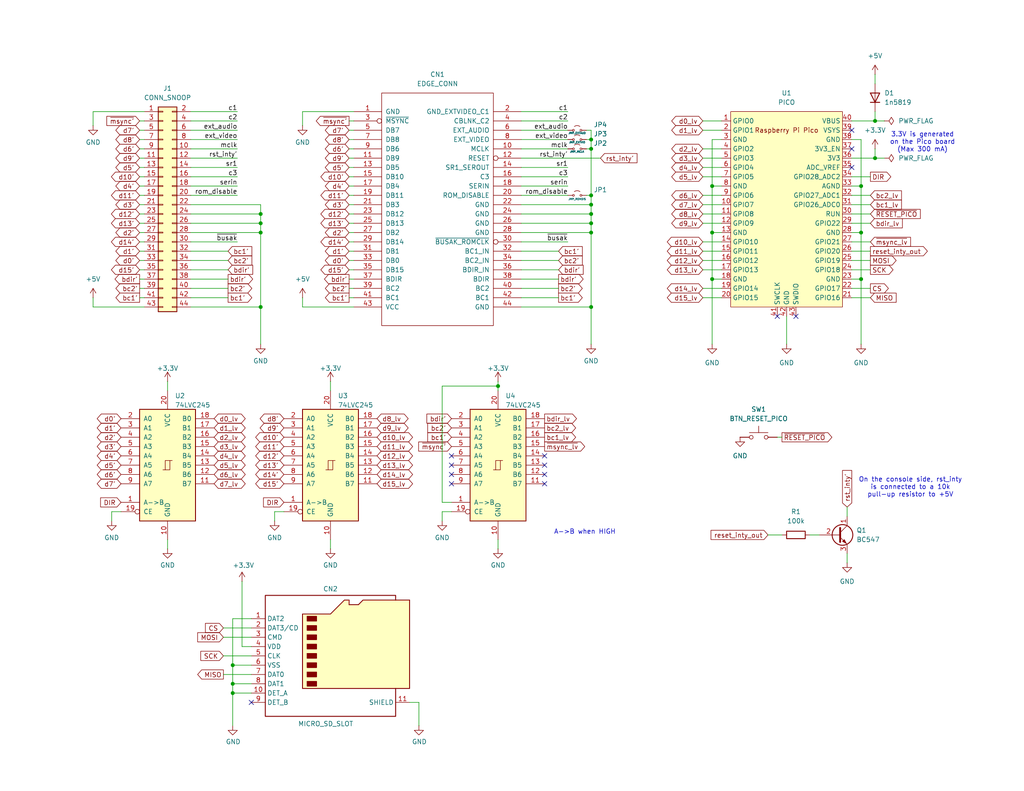
<source format=kicad_sch>
(kicad_sch (version 20231120) (generator "eeschema") (generator_version "8.0")
  (paper "A")
  (title_block (title "PiRTO II Cart - \"Official Pico\" Edition") (date "2024-06-30") (rev "1git") (company "Andrea Ottaviani/SukkoPera") (comment 1 "github.com/SukkoPera/PiRTOII-OP") (comment 2 "Original project: https://github.com/aotta/PiRTOII"))
  (junction (at 161.29 63.5))
  (junction (at 161.29 83.82))
  (junction (at 194.31 63.5))
  (junction (at 71.12 58.42))
  (junction (at 238.76 43.18))
  (junction (at 63.5 189.23))
  (junction (at 234.95 50.8))
  (junction (at 234.95 76.2))
  (junction (at 71.12 60.96))
  (junction (at 238.76 33.02))
  (junction (at 194.31 50.8))
  (junction (at 71.12 83.82))
  (junction (at 161.29 40.64))
  (junction (at 161.29 58.42))
  (junction (at 63.5 186.69))
  (junction (at 161.29 60.96))
  (junction (at 161.29 38.1))
  (junction (at 63.5 181.61))
  (junction (at 194.31 76.2))
  (junction (at 234.95 63.5))
  (junction (at 161.29 53.34))
  (junction (at 135.89 105.41))
  (junction (at 161.29 55.88))
  (junction (at 71.12 63.5))
  (no_connect (at 123.19 127))
  (no_connect (at 232.41 40.64))
  (no_connect (at 232.41 35.56))
  (no_connect (at 68.58 191.77))
  (no_connect (at 148.59 127))
  (no_connect (at 232.41 45.72))
  (no_connect (at 123.19 132.08))
  (no_connect (at 123.19 124.46))
  (no_connect (at 148.59 124.46))
  (no_connect (at 123.19 129.54))
  (no_connect (at 217.17 86.36))
  (no_connect (at 148.59 132.08))
  (no_connect (at 148.59 129.54))
  (no_connect (at 212.09 86.36))
  (wire (pts (xy 214.63 86.36) (xy 214.63 93.98)))
  (wire (pts (xy 232.41 73.66) (xy 237.49 73.66)))
  (wire (pts (xy 191.77 43.18) (xy 196.85 43.18)))
  (wire (pts (xy 95.25 40.64) (xy 96.52 40.64)))
  (wire (pts (xy 39.37 83.82) (xy 25.4 83.82)))
  (wire (pts (xy 135.89 105.41) (xy 135.89 106.68)))
  (wire (pts (xy 114.3 191.77) (xy 114.3 198.12)))
  (wire (pts (xy 191.77 33.02) (xy 196.85 33.02)))
  (wire (pts (xy 38.1 43.18) (xy 39.37 43.18)))
  (wire (pts (xy 95.25 48.26) (xy 96.52 48.26)))
  (wire (pts (xy 45.72 104.14) (xy 45.72 106.68)))
  (wire (pts (xy 38.1 76.2) (xy 39.37 76.2)))
  (wire (pts (xy 68.58 181.61) (xy 63.5 181.61)))
  (wire (pts (xy 71.12 55.88) (xy 52.07 55.88)))
  (wire (pts (xy 38.1 50.8) (xy 39.37 50.8)))
  (wire (pts (xy 194.31 63.5) (xy 196.85 63.5)))
  (wire (pts (xy 63.5 186.69) (xy 63.5 189.23)))
  (wire (pts (xy 232.41 71.12) (xy 237.49 71.12)))
  (wire (pts (xy 160.02 35.56) (xy 161.29 35.56)))
  (wire (pts (xy 38.1 53.34) (xy 39.37 53.34)))
  (wire (pts (xy 234.95 50.8) (xy 234.95 63.5)))
  (wire (pts (xy 95.25 63.5) (xy 96.52 63.5)))
  (wire (pts (xy 74.93 142.24) (xy 74.93 139.7)))
  (wire (pts (xy 52.07 83.82) (xy 71.12 83.82)))
  (wire (pts (xy 120.65 139.7) (xy 123.19 139.7)))
  (wire (pts (xy 63.5 181.61) (xy 63.5 186.69)))
  (wire (pts (xy 120.65 142.24) (xy 120.65 139.7)))
  (wire (pts (xy 232.41 58.42) (xy 237.49 58.42)))
  (wire (pts (xy 232.41 78.74) (xy 237.49 78.74)))
  (wire (pts (xy 232.41 43.18) (xy 238.76 43.18)))
  (wire (pts (xy 52.07 81.28) (xy 62.23 81.28)))
  (wire (pts (xy 191.77 68.58) (xy 196.85 68.58)))
  (wire (pts (xy 95.25 35.56) (xy 96.52 35.56)))
  (wire (pts (xy 234.95 76.2) (xy 232.41 76.2)))
  (wire (pts (xy 142.24 68.58) (xy 152.4 68.58)))
  (wire (pts (xy 120.65 105.41) (xy 120.65 137.16)))
  (wire (pts (xy 191.77 71.12) (xy 196.85 71.12)))
  (wire (pts (xy 160.02 38.1) (xy 161.29 38.1)))
  (wire (pts (xy 232.41 68.58) (xy 237.49 68.58)))
  (wire (pts (xy 160.02 53.34) (xy 161.29 53.34)))
  (wire (pts (xy 52.07 66.04) (xy 64.77 66.04)))
  (wire (pts (xy 238.76 40.64) (xy 238.76 43.18)))
  (wire (pts (xy 95.25 76.2) (xy 96.52 76.2)))
  (wire (pts (xy 52.07 35.56) (xy 64.77 35.56)))
  (wire (pts (xy 63.5 181.61) (xy 63.5 168.91)))
  (wire (pts (xy 38.1 35.56) (xy 39.37 35.56)))
  (wire (pts (xy 120.65 105.41) (xy 135.89 105.41)))
  (wire (pts (xy 238.76 20.32) (xy 238.76 22.86)))
  (wire (pts (xy 82.55 81.28) (xy 82.55 83.82)))
  (wire (pts (xy 25.4 30.48) (xy 25.4 34.29)))
  (wire (pts (xy 232.41 66.04) (xy 237.49 66.04)))
  (wire (pts (xy 95.25 38.1) (xy 96.52 38.1)))
  (wire (pts (xy 95.25 33.02) (xy 96.52 33.02)))
  (wire (pts (xy 95.25 43.18) (xy 96.52 43.18)))
  (wire (pts (xy 38.1 81.28) (xy 39.37 81.28)))
  (wire (pts (xy 63.5 186.69) (xy 68.58 186.69)))
  (wire (pts (xy 142.24 50.8) (xy 154.94 50.8)))
  (wire (pts (xy 71.12 58.42) (xy 52.07 58.42)))
  (wire (pts (xy 161.29 63.5) (xy 142.24 63.5)))
  (wire (pts (xy 38.1 78.74) (xy 39.37 78.74)))
  (wire (pts (xy 191.77 60.96) (xy 196.85 60.96)))
  (wire (pts (xy 231.14 153.67) (xy 231.14 151.13)))
  (wire (pts (xy 38.1 38.1) (xy 39.37 38.1)))
  (wire (pts (xy 30.48 139.7) (xy 33.02 139.7)))
  (wire (pts (xy 38.1 58.42) (xy 39.37 58.42)))
  (wire (pts (xy 95.25 45.72) (xy 96.52 45.72)))
  (wire (pts (xy 82.55 30.48) (xy 82.55 34.29)))
  (wire (pts (xy 95.25 50.8) (xy 96.52 50.8)))
  (wire (pts (xy 95.25 81.28) (xy 96.52 81.28)))
  (wire (pts (xy 63.5 189.23) (xy 68.58 189.23)))
  (wire (pts (xy 191.77 66.04) (xy 196.85 66.04)))
  (wire (pts (xy 232.41 53.34) (xy 237.49 53.34)))
  (wire (pts (xy 194.31 76.2) (xy 196.85 76.2)))
  (wire (pts (xy 191.77 40.64) (xy 196.85 40.64)))
  (wire (pts (xy 161.29 60.96) (xy 161.29 58.42)))
  (wire (pts (xy 71.12 93.98) (xy 71.12 83.82)))
  (wire (pts (xy 161.29 93.98) (xy 161.29 83.82)))
  (wire (pts (xy 161.29 83.82) (xy 161.29 63.5)))
  (wire (pts (xy 142.24 66.04) (xy 154.94 66.04)))
  (wire (pts (xy 191.77 73.66) (xy 196.85 73.66)))
  (wire (pts (xy 161.29 58.42) (xy 142.24 58.42)))
  (wire (pts (xy 38.1 63.5) (xy 39.37 63.5)))
  (wire (pts (xy 194.31 63.5) (xy 194.31 76.2)))
  (wire (pts (xy 30.48 142.24) (xy 30.48 139.7)))
  (wire (pts (xy 234.95 63.5) (xy 234.95 76.2)))
  (wire (pts (xy 45.72 149.86) (xy 45.72 147.32)))
  (wire (pts (xy 60.96 179.07) (xy 68.58 179.07)))
  (wire (pts (xy 142.24 83.82) (xy 161.29 83.82)))
  (wire (pts (xy 161.29 38.1) (xy 161.29 40.64)))
  (wire (pts (xy 191.77 58.42) (xy 196.85 58.42)))
  (wire (pts (xy 52.07 38.1) (xy 64.77 38.1)))
  (wire (pts (xy 38.1 48.26) (xy 39.37 48.26)))
  (wire (pts (xy 95.25 78.74) (xy 96.52 78.74)))
  (wire (pts (xy 154.94 30.48) (xy 142.24 30.48)))
  (wire (pts (xy 95.25 58.42) (xy 96.52 58.42)))
  (wire (pts (xy 38.1 71.12) (xy 39.37 71.12)))
  (wire (pts (xy 74.93 139.7) (xy 77.47 139.7)))
  (wire (pts (xy 135.89 104.14) (xy 135.89 105.41)))
  (wire (pts (xy 71.12 63.5) (xy 52.07 63.5)))
  (wire (pts (xy 52.07 76.2) (xy 62.23 76.2)))
  (wire (pts (xy 52.07 43.18) (xy 64.77 43.18)))
  (wire (pts (xy 194.31 50.8) (xy 196.85 50.8)))
  (wire (pts (xy 161.29 58.42) (xy 161.29 55.88)))
  (wire (pts (xy 232.41 55.88) (xy 237.49 55.88)))
  (wire (pts (xy 52.07 71.12) (xy 62.23 71.12)))
  (wire (pts (xy 68.58 176.53) (xy 66.04 176.53)))
  (wire (pts (xy 52.07 45.72) (xy 64.77 45.72)))
  (wire (pts (xy 38.1 33.02) (xy 39.37 33.02)))
  (wire (pts (xy 66.04 158.75) (xy 66.04 176.53)))
  (wire (pts (xy 142.24 45.72) (xy 154.94 45.72)))
  (wire (pts (xy 234.95 76.2) (xy 234.95 93.98)))
  (wire (pts (xy 142.24 73.66) (xy 152.4 73.66)))
  (wire (pts (xy 38.1 66.04) (xy 39.37 66.04)))
  (wire (pts (xy 95.25 66.04) (xy 96.52 66.04)))
  (wire (pts (xy 60.96 184.15) (xy 68.58 184.15)))
  (wire (pts (xy 238.76 43.18) (xy 241.3 43.18)))
  (wire (pts (xy 161.29 35.56) (xy 161.29 38.1)))
  (wire (pts (xy 60.96 173.99) (xy 68.58 173.99)))
  (wire (pts (xy 25.4 81.28) (xy 25.4 83.82)))
  (wire (pts (xy 142.24 78.74) (xy 152.4 78.74)))
  (wire (pts (xy 234.95 50.8) (xy 232.41 50.8)))
  (wire (pts (xy 52.07 48.26) (xy 64.77 48.26)))
  (wire (pts (xy 96.52 83.82) (xy 82.55 83.82)))
  (wire (pts (xy 95.25 71.12) (xy 96.52 71.12)))
  (wire (pts (xy 142.24 35.56) (xy 154.94 35.56)))
  (wire (pts (xy 52.07 78.74) (xy 62.23 78.74)))
  (wire (pts (xy 90.17 149.86) (xy 90.17 147.32)))
  (wire (pts (xy 238.76 33.02) (xy 241.3 33.02)))
  (wire (pts (xy 232.41 60.96) (xy 237.49 60.96)))
  (wire (pts (xy 161.29 63.5) (xy 161.29 60.96)))
  (wire (pts (xy 38.1 55.88) (xy 39.37 55.88)))
  (wire (pts (xy 161.29 40.64) (xy 161.29 53.34)))
  (wire (pts (xy 38.1 73.66) (xy 39.37 73.66)))
  (wire (pts (xy 63.5 168.91) (xy 68.58 168.91)))
  (wire (pts (xy 38.1 60.96) (xy 39.37 60.96)))
  (wire (pts (xy 220.98 146.05) (xy 223.52 146.05)))
  (wire (pts (xy 135.89 149.86) (xy 135.89 147.32)))
  (wire (pts (xy 111.76 191.77) (xy 114.3 191.77)))
  (wire (pts (xy 196.85 38.1) (xy 194.31 38.1)))
  (wire (pts (xy 238.76 33.02) (xy 238.76 30.48)))
  (wire (pts (xy 52.07 73.66) (xy 62.23 73.66)))
  (wire (pts (xy 63.5 189.23) (xy 63.5 198.12)))
  (wire (pts (xy 142.24 40.64) (xy 154.94 40.64)))
  (wire (pts (xy 160.02 40.64) (xy 161.29 40.64)))
  (wire (pts (xy 142.24 81.28) (xy 152.4 81.28)))
  (wire (pts (xy 71.12 60.96) (xy 71.12 58.42)))
  (wire (pts (xy 154.94 33.02) (xy 142.24 33.02)))
  (wire (pts (xy 191.77 45.72) (xy 196.85 45.72)))
  (wire (pts (xy 38.1 68.58) (xy 39.37 68.58)))
  (wire (pts (xy 191.77 81.28) (xy 196.85 81.28)))
  (wire (pts (xy 232.41 81.28) (xy 237.49 81.28)))
  (wire (pts (xy 90.17 104.14) (xy 90.17 106.68)))
  (wire (pts (xy 142.24 38.1) (xy 154.94 38.1)))
  (wire (pts (xy 95.25 55.88) (xy 96.52 55.88)))
  (wire (pts (xy 142.24 76.2) (xy 152.4 76.2)))
  (wire (pts (xy 232.41 48.26) (xy 237.49 48.26)))
  (wire (pts (xy 64.77 30.48) (xy 52.07 30.48)))
  (wire (pts (xy 71.12 60.96) (xy 52.07 60.96)))
  (wire (pts (xy 52.07 50.8) (xy 64.77 50.8)))
  (wire (pts (xy 161.29 60.96) (xy 142.24 60.96)))
  (wire (pts (xy 213.36 119.38) (xy 212.09 119.38)))
  (wire (pts (xy 191.77 78.74) (xy 196.85 78.74)))
  (wire (pts (xy 52.07 53.34) (xy 64.77 53.34)))
  (wire (pts (xy 95.25 60.96) (xy 96.52 60.96)))
  (wire (pts (xy 194.31 38.1) (xy 194.31 50.8)))
  (wire (pts (xy 161.29 55.88) (xy 161.29 53.34)))
  (wire (pts (xy 232.41 38.1) (xy 234.95 38.1)))
  (wire (pts (xy 123.19 137.16) (xy 120.65 137.16)))
  (wire (pts (xy 38.1 40.64) (xy 39.37 40.64)))
  (wire (pts (xy 52.07 68.58) (xy 62.23 68.58)))
  (wire (pts (xy 142.24 53.34) (xy 154.94 53.34)))
  (wire (pts (xy 209.55 146.05) (xy 213.36 146.05)))
  (wire (pts (xy 234.95 63.5) (xy 232.41 63.5)))
  (wire (pts (xy 25.4 30.48) (xy 39.37 30.48)))
  (wire (pts (xy 191.77 48.26) (xy 196.85 48.26)))
  (wire (pts (xy 95.25 68.58) (xy 96.52 68.58)))
  (wire (pts (xy 52.07 40.64) (xy 64.77 40.64)))
  (wire (pts (xy 142.24 48.26) (xy 154.94 48.26)))
  (wire (pts (xy 95.25 53.34) (xy 96.52 53.34)))
  (wire (pts (xy 38.1 45.72) (xy 39.37 45.72)))
  (wire (pts (xy 231.14 138.43) (xy 231.14 140.97)))
  (wire (pts (xy 191.77 55.88) (xy 196.85 55.88)))
  (wire (pts (xy 71.12 58.42) (xy 71.12 55.88)))
  (wire (pts (xy 142.24 71.12) (xy 152.4 71.12)))
  (wire (pts (xy 234.95 38.1) (xy 234.95 50.8)))
  (wire (pts (xy 191.77 35.56) (xy 196.85 35.56)))
  (wire (pts (xy 191.77 53.34) (xy 196.85 53.34)))
  (wire (pts (xy 64.77 33.02) (xy 52.07 33.02)))
  (wire (pts (xy 95.25 73.66) (xy 96.52 73.66)))
  (wire (pts (xy 82.55 30.48) (xy 96.52 30.48)))
  (wire (pts (xy 60.96 171.45) (xy 68.58 171.45)))
  (wire (pts (xy 194.31 50.8) (xy 194.31 63.5)))
  (wire (pts (xy 232.41 33.02) (xy 238.76 33.02)))
  (wire (pts (xy 71.12 63.5) (xy 71.12 60.96)))
  (wire (pts (xy 161.29 55.88) (xy 142.24 55.88)))
  (wire (pts (xy 194.31 76.2) (xy 194.31 93.98)))
  (wire (pts (xy 142.24 43.18) (xy 163.83 43.18)))
  (wire (pts (xy 71.12 83.82) (xy 71.12 63.5)))
  (text "A->B when HIGH" (at 151.13 146.05 0) (effects (font (size 1.27 1.27)) (justify left bottom)))
  (text "3.3V is generated\non the Pico board\n(Max 300 mA)" (at 251.714 38.862 0) (effects (font (size 1.27 1.27))))
  (text "On the console side, rst_inty\nis connected to a 10k\npull-up resistor to +5V" (at 248.412 133.096 0) (effects (font (size 1.27 1.27))))
  (label "mclk" (at 154.94 40.64 180))
  (label "rst_inty'" (at 64.77 43.18 180))
  (label "serin" (at 154.94 50.8 180))
  (label "ext_audio" (at 64.77 35.56 180))
  (label "c1" (at 64.77 30.48 180))
  (label "sr1" (at 154.94 45.72 180))
  (label "~{busak}" (at 64.77 66.04 180))
  (label "c2" (at 154.94 33.02 180))
  (label "rst_inty'" (at 154.94 43.18 180))
  (label "c3" (at 154.94 48.26 180))
  (label "sr1" (at 64.77 45.72 180))
  (label "c1" (at 154.94 30.48 180))
  (label "rom_disable" (at 64.77 53.34 180))
  (label "serin" (at 64.77 50.8 180))
  (label "~{busak}" (at 154.94 66.04 180))
  (label "ext_video" (at 154.94 38.1 180))
  (label "ext_video" (at 64.77 38.1 180))
  (label "rom_disable" (at 154.94 53.34 180))
  (label "ext_audio" (at 154.94 35.56 180))
  (label "mclk" (at 64.77 40.64 180))
  (label "c3" (at 64.77 48.26 180))
  (label "c2" (at 64.77 33.02 180))
  (global_label "d3'" (shape bidirectional) (at 95.25 55.88 180) (property "Intersheetrefs" "${INTERSHEET_REFS}" (effects (hide yes))))
  (global_label "d0'" (shape bidirectional) (at 38.1 71.12 180) (property "Intersheetrefs" "${INTERSHEET_REFS}" (effects (hide yes))))
  (global_label "d14'" (shape bidirectional) (at 77.47 129.54 180) (property "Intersheetrefs" "${INTERSHEET_REFS}" (effects (hide yes))))
  (global_label "d0_lv" (shape bidirectional) (at 58.42 114.3 0) (property "Intersheetrefs" "${INTERSHEET_REFS}" (effects (hide yes))))
  (global_label "d12'" (shape bidirectional) (at 38.1 58.42 180) (property "Intersheetrefs" "${INTERSHEET_REFS}" (effects (hide yes))))
  (global_label "d6_lv" (shape bidirectional) (at 191.77 53.34 180) (property "Intersheetrefs" "${INTERSHEET_REFS}" (effects (hide yes))))
  (global_label "~{RESET_PICO}" (shape input) (at 237.49 58.42 0) (property "Intersheetrefs" "${INTERSHEET_REFS}" (effects (hide yes))))
  (global_label "d10'" (shape bidirectional) (at 77.47 119.38 180) (property "Intersheetrefs" "${INTERSHEET_REFS}" (effects (hide yes))))
  (global_label "d12_lv" (shape bidirectional) (at 102.87 124.46 0) (property "Intersheetrefs" "${INTERSHEET_REFS}" (effects (hide yes))))
  (global_label "d5'" (shape bidirectional) (at 38.1 45.72 180) (property "Intersheetrefs" "${INTERSHEET_REFS}" (effects (hide yes))))
  (global_label "bc1'" (shape output) (at 38.1 81.28 180) (property "Intersheetrefs" "${INTERSHEET_REFS}" (effects (hide yes))))
  (global_label "d4'" (shape bidirectional) (at 33.02 124.46 180) (property "Intersheetrefs" "${INTERSHEET_REFS}" (effects (hide yes))))
  (global_label "d2'" (shape bidirectional) (at 38.1 63.5 180) (property "Intersheetrefs" "${INTERSHEET_REFS}" (effects (hide yes))))
  (global_label "rst_inty'" (shape input) (at 163.83 43.18 0) (property "Intersheetrefs" "${INTERSHEET_REFS}" (effects (hide yes))))
  (global_label "d9'" (shape bidirectional) (at 77.47 116.84 180) (property "Intersheetrefs" "${INTERSHEET_REFS}" (effects (hide yes))))
  (global_label "bc2_lv" (shape input) (at 237.49 53.34 0) (property "Intersheetrefs" "${INTERSHEET_REFS}" (effects (hide yes))))
  (global_label "bc1_lv" (shape input) (at 237.49 55.88 0) (property "Intersheetrefs" "${INTERSHEET_REFS}" (effects (hide yes))))
  (global_label "d4'" (shape bidirectional) (at 38.1 50.8 180) (property "Intersheetrefs" "${INTERSHEET_REFS}" (effects (hide yes))))
  (global_label "d5_lv" (shape bidirectional) (at 58.42 127 0) (property "Intersheetrefs" "${INTERSHEET_REFS}" (effects (hide yes))))
  (global_label "d13'" (shape bidirectional) (at 38.1 60.96 180) (property "Intersheetrefs" "${INTERSHEET_REFS}" (effects (hide yes))))
  (global_label "d8_lv" (shape bidirectional) (at 191.77 58.42 180) (property "Intersheetrefs" "${INTERSHEET_REFS}" (effects (hide yes))))
  (global_label "SCK" (shape input) (at 60.96 179.07 180) (property "Intersheetrefs" "${INTERSHEET_REFS}" (effects (hide yes))))
  (global_label "CS" (shape output) (at 237.49 78.74 0) (property "Intersheetrefs" "${INTERSHEET_REFS}" (effects (hide yes))))
  (global_label "d9'" (shape bidirectional) (at 38.1 43.18 180) (property "Intersheetrefs" "${INTERSHEET_REFS}" (effects (hide yes))))
  (global_label "d6'" (shape bidirectional) (at 33.02 129.54 180) (property "Intersheetrefs" "${INTERSHEET_REFS}" (effects (hide yes))))
  (global_label "d5'" (shape bidirectional) (at 33.02 127 180) (property "Intersheetrefs" "${INTERSHEET_REFS}" (effects (hide yes))))
  (global_label "d0'" (shape bidirectional) (at 95.25 71.12 180) (property "Intersheetrefs" "${INTERSHEET_REFS}" (effects (hide yes))))
  (global_label "d2_lv" (shape bidirectional) (at 191.77 40.64 180) (property "Intersheetrefs" "${INTERSHEET_REFS}" (effects (hide yes))))
  (global_label "reset_inty_out" (shape input) (at 209.55 146.05 180) (property "Intersheetrefs" "${INTERSHEET_REFS}" (effects (hide yes))))
  (global_label "rst_inty'" (shape input) (at 231.14 138.43 90) (property "Intersheetrefs" "${INTERSHEET_REFS}" (effects (hide yes))))
  (global_label "d15'" (shape bidirectional) (at 38.1 73.66 180) (property "Intersheetrefs" "${INTERSHEET_REFS}" (effects (hide yes))))
  (global_label "d8'" (shape bidirectional) (at 95.25 38.1 180) (property "Intersheetrefs" "${INTERSHEET_REFS}" (effects (hide yes))))
  (global_label "bdir_lv" (shape output) (at 148.59 114.3 0) (property "Intersheetrefs" "${INTERSHEET_REFS}" (effects (hide yes))))
  (global_label "bc2'" (shape input) (at 123.19 116.84 180) (property "Intersheetrefs" "${INTERSHEET_REFS}" (effects (hide yes))))
  (global_label "d6_lv" (shape bidirectional) (at 58.42 129.54 0) (property "Intersheetrefs" "${INTERSHEET_REFS}" (effects (hide yes))))
  (global_label "d10'" (shape bidirectional) (at 95.25 48.26 180) (property "Intersheetrefs" "${INTERSHEET_REFS}" (effects (hide yes))))
  (global_label "d8'" (shape bidirectional) (at 38.1 38.1 180) (property "Intersheetrefs" "${INTERSHEET_REFS}" (effects (hide yes))))
  (global_label "bc1_lv" (shape output) (at 148.59 119.38 0) (property "Intersheetrefs" "${INTERSHEET_REFS}" (effects (hide yes))))
  (global_label "d11_lv" (shape bidirectional) (at 191.77 68.58 180) (property "Intersheetrefs" "${INTERSHEET_REFS}" (effects (hide yes))))
  (global_label "SCK" (shape output) (at 237.49 73.66 0) (property "Intersheetrefs" "${INTERSHEET_REFS}" (effects (hide yes))))
  (global_label "bdir'" (shape input) (at 152.4 73.66 0) (property "Intersheetrefs" "${INTERSHEET_REFS}" (effects (hide yes))))
  (global_label "bdir_lv" (shape input) (at 237.49 60.96 0) (property "Intersheetrefs" "${INTERSHEET_REFS}" (effects (hide yes))))
  (global_label "d6'" (shape bidirectional) (at 38.1 40.64 180) (property "Intersheetrefs" "${INTERSHEET_REFS}" (effects (hide yes))))
  (global_label "d1'" (shape bidirectional) (at 95.25 68.58 180) (property "Intersheetrefs" "${INTERSHEET_REFS}" (effects (hide yes))))
  (global_label "d4_lv" (shape bidirectional) (at 58.42 124.46 0) (property "Intersheetrefs" "${INTERSHEET_REFS}" (effects (hide yes))))
  (global_label "d11_lv" (shape bidirectional) (at 102.87 121.92 0) (property "Intersheetrefs" "${INTERSHEET_REFS}" (effects (hide yes))))
  (global_label "d14_lv" (shape bidirectional) (at 102.87 129.54 0) (property "Intersheetrefs" "${INTERSHEET_REFS}" (effects (hide yes))))
  (global_label "d12'" (shape bidirectional) (at 77.47 124.46 180) (property "Intersheetrefs" "${INTERSHEET_REFS}" (effects (hide yes))))
  (global_label "MOSI" (shape output) (at 237.49 71.12 0) (property "Intersheetrefs" "${INTERSHEET_REFS}" (effects (hide yes))))
  (global_label "d15_lv" (shape bidirectional) (at 191.77 81.28 180) (property "Intersheetrefs" "${INTERSHEET_REFS}" (effects (hide yes))))
  (global_label "d7'" (shape bidirectional) (at 33.02 132.08 180) (property "Intersheetrefs" "${INTERSHEET_REFS}" (effects (hide yes))))
  (global_label "d5'" (shape bidirectional) (at 95.25 45.72 180) (property "Intersheetrefs" "${INTERSHEET_REFS}" (effects (hide yes))))
  (global_label "d15'" (shape bidirectional) (at 95.25 73.66 180) (property "Intersheetrefs" "${INTERSHEET_REFS}" (effects (hide yes))))
  (global_label "d4_lv" (shape bidirectional) (at 191.77 45.72 180) (property "Intersheetrefs" "${INTERSHEET_REFS}" (effects (hide yes))))
  (global_label "d6'" (shape bidirectional) (at 95.25 40.64 180) (property "Intersheetrefs" "${INTERSHEET_REFS}" (effects (hide yes))))
  (global_label "d9_lv" (shape bidirectional) (at 191.77 60.96 180) (property "Intersheetrefs" "${INTERSHEET_REFS}" (effects (hide yes))))
  (global_label "d14_lv" (shape bidirectional) (at 191.77 78.74 180) (property "Intersheetrefs" "${INTERSHEET_REFS}" (effects (hide yes))))
  (global_label "d4'" (shape bidirectional) (at 95.25 50.8 180) (property "Intersheetrefs" "${INTERSHEET_REFS}" (effects (hide yes))))
  (global_label "bc2'" (shape output) (at 62.23 78.74 0) (property "Intersheetrefs" "${INTERSHEET_REFS}" (effects (hide yes))))
  (global_label "d14'" (shape bidirectional) (at 95.25 66.04 180) (property "Intersheetrefs" "${INTERSHEET_REFS}" (effects (hide yes))))
  (global_label "d13'" (shape bidirectional) (at 77.47 127 180) (property "Intersheetrefs" "${INTERSHEET_REFS}" (effects (hide yes))))
  (global_label "d2_lv" (shape bidirectional) (at 58.42 119.38 0) (property "Intersheetrefs" "${INTERSHEET_REFS}" (effects (hide yes))))
  (global_label "bdir'" (shape output) (at 62.23 76.2 0) (property "Intersheetrefs" "${INTERSHEET_REFS}" (effects (hide yes))))
  (global_label "d3'" (shape bidirectional) (at 33.02 121.92 180) (property "Intersheetrefs" "${INTERSHEET_REFS}" (effects (hide yes))))
  (global_label "d8'" (shape bidirectional) (at 77.47 114.3 180) (property "Intersheetrefs" "${INTERSHEET_REFS}" (effects (hide yes))))
  (global_label "bc2'" (shape input) (at 152.4 71.12 0) (property "Intersheetrefs" "${INTERSHEET_REFS}" (effects (hide yes))))
  (global_label "d11'" (shape bidirectional) (at 38.1 53.34 180) (property "Intersheetrefs" "${INTERSHEET_REFS}" (effects (hide yes))))
  (global_label "d12'" (shape bidirectional) (at 95.25 58.42 180) (property "Intersheetrefs" "${INTERSHEET_REFS}" (effects (hide yes))))
  (global_label "DIR" (shape output) (at 237.49 48.26 0) (property "Intersheetrefs" "${INTERSHEET_REFS}" (effects (hide yes))))
  (global_label "MOSI" (shape input) (at 60.96 173.99 180) (property "Intersheetrefs" "${INTERSHEET_REFS}" (effects (hide yes))))
  (global_label "d9'" (shape bidirectional) (at 95.25 43.18 180) (property "Intersheetrefs" "${INTERSHEET_REFS}" (effects (hide yes))))
  (global_label "d1_lv" (shape bidirectional) (at 58.42 116.84 0) (property "Intersheetrefs" "${INTERSHEET_REFS}" (effects (hide yes))))
  (global_label "d1'" (shape bidirectional) (at 38.1 68.58 180) (property "Intersheetrefs" "${INTERSHEET_REFS}" (effects (hide yes))))
  (global_label "bdir'" (shape input) (at 123.19 114.3 180) (property "Intersheetrefs" "${INTERSHEET_REFS}" (effects (hide yes))))
  (global_label "d2'" (shape bidirectional) (at 95.25 63.5 180) (property "Intersheetrefs" "${INTERSHEET_REFS}" (effects (hide yes))))
  (global_label "d8_lv" (shape bidirectional) (at 102.87 114.3 0) (property "Intersheetrefs" "${INTERSHEET_REFS}" (effects (hide yes))))
  (global_label "d7'" (shape bidirectional) (at 95.25 35.56 180) (property "Intersheetrefs" "${INTERSHEET_REFS}" (effects (hide yes))))
  (global_label "d13'" (shape bidirectional) (at 95.25 60.96 180) (property "Intersheetrefs" "${INTERSHEET_REFS}" (effects (hide yes))))
  (global_label "d7'" (shape bidirectional) (at 38.1 35.56 180) (property "Intersheetrefs" "${INTERSHEET_REFS}" (effects (hide yes))))
  (global_label "d1'" (shape bidirectional) (at 33.02 116.84 180) (property "Intersheetrefs" "${INTERSHEET_REFS}" (effects (hide yes))))
  (global_label "bdir'" (shape output) (at 38.1 76.2 180) (property "Intersheetrefs" "${INTERSHEET_REFS}" (effects (hide yes))))
  (global_label "bc2'" (shape output) (at 152.4 78.74 0) (property "Intersheetrefs" "${INTERSHEET_REFS}" (effects (hide yes))))
  (global_label "bc2'" (shape input) (at 62.23 71.12 0) (property "Intersheetrefs" "${INTERSHEET_REFS}" (effects (hide yes))))
  (global_label "d10'" (shape bidirectional) (at 38.1 48.26 180) (property "Intersheetrefs" "${INTERSHEET_REFS}" (effects (hide yes))))
  (global_label "CS" (shape input) (at 60.96 171.45 180) (property "Intersheetrefs" "${INTERSHEET_REFS}" (effects (hide yes))))
  (global_label "bc2_lv" (shape output) (at 148.59 116.84 0) (property "Intersheetrefs" "${INTERSHEET_REFS}" (effects (hide yes))))
  (global_label "~{msync_lv}" (shape input) (at 237.49 66.04 0) (property "Intersheetrefs" "${INTERSHEET_REFS}" (effects (hide yes))))
  (global_label "d5_lv" (shape bidirectional) (at 191.77 48.26 180) (property "Intersheetrefs" "${INTERSHEET_REFS}" (effects (hide yes))))
  (global_label "DIR" (shape input) (at 77.47 137.16 180) (property "Intersheetrefs" "${INTERSHEET_REFS}" (effects (hide yes))))
  (global_label "d7_lv" (shape bidirectional) (at 191.77 55.88 180) (property "Intersheetrefs" "${INTERSHEET_REFS}" (effects (hide yes))))
  (global_label "d10_lv" (shape bidirectional) (at 102.87 119.38 0) (property "Intersheetrefs" "${INTERSHEET_REFS}" (effects (hide yes))))
  (global_label "~{msync'}" (shape output) (at 95.25 33.02 180) (property "Intersheetrefs" "${INTERSHEET_REFS}" (effects (hide yes))))
  (global_label "d9_lv" (shape bidirectional) (at 102.87 116.84 0) (property "Intersheetrefs" "${INTERSHEET_REFS}" (effects (hide yes))))
  (global_label "~{msync_lv}" (shape output) (at 148.59 121.92 0) (property "Intersheetrefs" "${INTERSHEET_REFS}" (effects (hide yes))))
  (global_label "MISO" (shape output) (at 60.96 184.15 180) (property "Intersheetrefs" "${INTERSHEET_REFS}" (effects (hide yes))))
  (global_label "d13_lv" (shape bidirectional) (at 191.77 73.66 180) (property "Intersheetrefs" "${INTERSHEET_REFS}" (effects (hide yes))))
  (global_label "bc1'" (shape input) (at 152.4 68.58 0) (property "Intersheetrefs" "${INTERSHEET_REFS}" (effects (hide yes))))
  (global_label "d10_lv" (shape bidirectional) (at 191.77 66.04 180) (property "Intersheetrefs" "${INTERSHEET_REFS}" (effects (hide yes))))
  (global_label "d12_lv" (shape bidirectional) (at 191.77 71.12 180) (property "Intersheetrefs" "${INTERSHEET_REFS}" (effects (hide yes))))
  (global_label "bdir'" (shape input) (at 62.23 73.66 0) (property "Intersheetrefs" "${INTERSHEET_REFS}" (effects (hide yes))))
  (global_label "d3_lv" (shape bidirectional) (at 191.77 43.18 180) (property "Intersheetrefs" "${INTERSHEET_REFS}" (effects (hide yes))))
  (global_label "d3'" (shape bidirectional) (at 38.1 55.88 180) (property "Intersheetrefs" "${INTERSHEET_REFS}" (effects (hide yes))))
  (global_label "d11'" (shape bidirectional) (at 95.25 53.34 180) (property "Intersheetrefs" "${INTERSHEET_REFS}" (effects (hide yes))))
  (global_label "~{msync'}" (shape input) (at 123.19 121.92 180) (property "Intersheetrefs" "${INTERSHEET_REFS}" (effects (hide yes))))
  (global_label "d11'" (shape bidirectional) (at 77.47 121.92 180) (property "Intersheetrefs" "${INTERSHEET_REFS}" (effects (hide yes))))
  (global_label "d1_lv" (shape bidirectional) (at 191.77 35.56 180) (property "Intersheetrefs" "${INTERSHEET_REFS}" (effects (hide yes))))
  (global_label "d2'" (shape bidirectional) (at 33.02 119.38 180) (property "Intersheetrefs" "${INTERSHEET_REFS}" (effects (hide yes))))
  (global_label "d15_lv" (shape bidirectional) (at 102.87 132.08 0) (property "Intersheetrefs" "${INTERSHEET_REFS}" (effects (hide yes))))
  (global_label "bc1'" (shape output) (at 95.25 81.28 180) (property "Intersheetrefs" "${INTERSHEET_REFS}" (effects (hide yes))))
  (global_label "bdir'" (shape output) (at 95.25 76.2 180) (property "Intersheetrefs" "${INTERSHEET_REFS}" (effects (hide yes))))
  (global_label "d14'" (shape bidirectional) (at 38.1 66.04 180) (property "Intersheetrefs" "${INTERSHEET_REFS}" (effects (hide yes))))
  (global_label "DIR" (shape input) (at 33.02 137.16 180) (property "Intersheetrefs" "${INTERSHEET_REFS}" (effects (hide yes))))
  (global_label "~{RESET_PICO}" (shape output) (at 213.36 119.38 0) (property "Intersheetrefs" "${INTERSHEET_REFS}" (effects (hide yes))))
  (global_label "bc1'" (shape output) (at 62.23 81.28 0) (property "Intersheetrefs" "${INTERSHEET_REFS}" (effects (hide yes))))
  (global_label "bdir'" (shape output) (at 152.4 76.2 0) (property "Intersheetrefs" "${INTERSHEET_REFS}" (effects (hide yes))))
  (global_label "bc2'" (shape output) (at 38.1 78.74 180) (property "Intersheetrefs" "${INTERSHEET_REFS}" (effects (hide yes))))
  (global_label "MISO" (shape input) (at 237.49 81.28 0) (property "Intersheetrefs" "${INTERSHEET_REFS}" (effects (hide yes))))
  (global_label "d7_lv" (shape bidirectional) (at 58.42 132.08 0) (property "Intersheetrefs" "${INTERSHEET_REFS}" (effects (hide yes))))
  (global_label "d0_lv" (shape bidirectional) (at 191.77 33.02 180) (property "Intersheetrefs" "${INTERSHEET_REFS}" (effects (hide yes))))
  (global_label "d13_lv" (shape bidirectional) (at 102.87 127 0) (property "Intersheetrefs" "${INTERSHEET_REFS}" (effects (hide yes))))
  (global_label "d3_lv" (shape bidirectional) (at 58.42 121.92 0) (property "Intersheetrefs" "${INTERSHEET_REFS}" (effects (hide yes))))
  (global_label "bc1'" (shape input) (at 123.19 119.38 180) (property "Intersheetrefs" "${INTERSHEET_REFS}" (effects (hide yes))))
  (global_label "reset_inty_out" (shape output) (at 237.49 68.58 0) (property "Intersheetrefs" "${INTERSHEET_REFS}" (effects (hide yes))))
  (global_label "~{msync'}" (shape input) (at 38.1 33.02 180) (property "Intersheetrefs" "${INTERSHEET_REFS}" (effects (hide yes))))
  (global_label "bc1'" (shape input) (at 62.23 68.58 0) (property "Intersheetrefs" "${INTERSHEET_REFS}" (effects (hide yes))))
  (global_label "d15'" (shape bidirectional) (at 77.47 132.08 180) (property "Intersheetrefs" "${INTERSHEET_REFS}" (effects (hide yes))))
  (global_label "bc1'" (shape output) (at 152.4 81.28 0) (property "Intersheetrefs" "${INTERSHEET_REFS}" (effects (hide yes))))
  (global_label "bc2'" (shape output) (at 95.25 78.74 180) (property "Intersheetrefs" "${INTERSHEET_REFS}" (effects (hide yes))))
  (global_label "d0'" (shape bidirectional) (at 33.02 114.3 180) (property "Intersheetrefs" "${INTERSHEET_REFS}" (effects (hide yes))))
  (symbol (lib_id "power:+5V") (at 82.55 81.28 0) (unit 1)
    (property "Reference" "#PWR02" (effects (hide yes)))
    (property "Value" "+5V" (at 82.55 76.2 0))
    (property "Description" "Power symbol creates a global label with name \"+5V\"" (effects (hide yes)))
  )
  (symbol (lib_id "Connector:Micro_SD_Card_Det2") (at 91.44 179.07 0) (unit 1)
    (property "Reference" "CN2" (at 90.17 160.782 0))
    (property "Value" "MICRO_SD_SLOT	" (at 91.44 197.612 0))
    (property "Footprint" "PiRTOII:GCT-MEM2055-00-190-01-A" (effects (hide yes)))
    (property "Datasheet" "https://www.hirose.com/en/product/document?clcode=&productname=&series=DM3&documenttype=Catalog&lang=en&documentid=D49662_en" (effects (hide yes)))
    (property "Description" "Micro SD Card Socket with two card detection pins" (effects (hide yes)))
  )
  (symbol (lib_id "power:GND") (at 45.72 149.86 0) (unit 1)
    (property "Reference" "#PWR011" (effects (hide yes)))
    (property "Value" "GND" (at 45.72 154.3034 0))
  )
  (symbol (lib_id "power:+3.3V") (at 45.72 104.14 0) (unit 1)
    (property "Reference" "#PWR010" (effects (hide yes)))
    (property "Value" "+3.3V" (at 45.72 100.5642 0))
    (property "Description" "Power symbol creates a global label with name \"+3.3V\"" (effects (hide yes)))
  )
  (symbol (lib_id "Device:R") (at 217.17 146.05 90) (unit 1)
    (property "Reference" "R1" (at 217.17 139.7 90))
    (property "Value" "100k" (at 217.17 142.24 90))
    (property "Footprint" "Resistor_THT:R_Axial_DIN0207_L6.3mm_D2.5mm_P10.16mm_Horizontal" (effects (hide yes)))
    (property "Description" "Resistor" (effects (hide yes)))
  )
  (symbol (lib_id "power:GND") (at 120.65 142.24 0) (unit 1)
    (property "Reference" "#PWR015" (effects (hide yes)))
    (property "Value" "GND" (at 120.65 146.8025 0))
  )
  (symbol (lib_id "74xx:74LS245") (at 90.17 127 0) (unit 1)
    (property "Reference" "U3" (at 92.1894 108.0602 0) (effects (justify left)))
    (property "Value" "74LVC245" (at 92.1894 110.5971 0) (effects (justify left)))
    (property "Footprint" "Package_DIP:DIP-20_W7.62mm_Socket_LongPads" (effects (hide yes)))
    (property "Datasheet" "http://www.ti.com/lit/gpn/sn74LS245" (effects (hide yes)))
  )
  (symbol (lib_id "Transistor_BJT:BC547") (at 228.6 146.05 0) (unit 1)
    (property "Reference" "Q1" (at 233.68 144.7799 0) (effects (justify left)))
    (property "Value" "BC547" (at 233.68 147.3199 0) (effects (justify left)))
    (property "Footprint" "Package_TO_SOT_THT:TO-92_Inline" (effects (hide yes)))
    (property "Datasheet" "https://www.onsemi.com/pub/Collateral/BC550-D.pdf" (effects (hide yes)))
    (property "Description" "0.1A Ic, 45V Vce, Small Signal NPN Transistor, TO-92" (effects (hide yes)))
  )
  (symbol (lib_id "Switch:SW_Push") (at 207.01 119.38 0) (unit 1)
    (property "Reference" "SW1" (at 207.01 111.76 0))
    (property "Value" "BTN_RESET_PICO" (at 207.01 114.3 0))
    (property "Footprint" "Button_Switch_THT:SW_Tactile_SPST_Angled_PTS645Vx83-2LFS" (effects (hide yes)))
    (property "Description" "Push button switch, generic, two pins" (effects (hide yes)))
  )
  (symbol (lib_id "Jumper:Jumper_2_Small_Open") (at 157.48 35.56 0) (unit 1) (exclude_from_sim yes)
    (property "Reference" "JP4" (at 163.83 34.036 0))
    (property "Value" "JMP_EXTAUD" (at 157.48 36.322 0) (effects (font (size 0.508 0.508))))
    (property "Footprint" "Jumper:SolderJumper-2_P1.3mm_Open_RoundedPad1.0x1.5mm" (effects (hide yes)))
    (property "Description" "Jumper, 2-pole, small symbol, open" (effects (hide yes)))
  )
  (symbol (lib_id "power:GND") (at 30.48 142.24 0) (unit 1)
    (property "Reference" "#PWR05" (effects (hide yes)))
    (property "Value" "GND" (at 30.48 146.8025 0))
  )
  (symbol (lib_id "power:+3.3V") (at 238.76 40.64 0) (unit 1)
    (property "Reference" "#PWR018" (effects (hide yes)))
    (property "Value" "+3.3V" (at 238.76 35.56 0))
    (property "Description" "Power symbol creates a global label with name \"+3.3V\"" (effects (hide yes)))
  )
  (symbol (lib_id "power:+3.3V") (at 135.89 104.14 0) (unit 1)
    (property "Reference" "#PWR016" (effects (hide yes)))
    (property "Value" "+3.3V" (at 135.89 100.5642 0))
    (property "Description" "Power symbol creates a global label with name \"+3.3V\"" (effects (hide yes)))
  )
  (symbol (lib_id "power:GND") (at 25.4 34.29 0) (unit 1)
    (property "Reference" "#PWR019" (effects (hide yes)))
    (property "Value" "GND" (at 25.4 38.8525 0))
    (property "Description" "Power symbol creates a global label with name \"GND\" , ground" (effects (hide yes)))
  )
  (symbol (lib_id "74xx:74LS245") (at 135.89 127 0) (unit 1)
    (property "Reference" "U4" (at 137.9094 108.0602 0) (effects (justify left)))
    (property "Value" "74LVC245" (at 137.9094 110.5971 0) (effects (justify left)))
    (property "Footprint" "Package_DIP:DIP-20_W7.62mm_Socket_LongPads" (effects (hide yes)))
    (property "Datasheet" "http://www.ti.com/lit/gpn/sn74LS245" (effects (hide yes)))
  )
  (symbol (lib_id "MCU_RaspberryPi_and_Boards:Pico") (at 214.63 57.15 0) (unit 1)
    (property "Reference" "U1" (at 214.63 25.4 0))
    (property "Value" "PICO" (at 214.63 27.94 0))
    (property "Footprint" "MCU_RaspberryPi_and_Boards:RPi_Pico_SMD_TH" (effects (hide yes)))
  )
  (symbol (lib_id "power:GND") (at 234.95 93.98 0) (mirror y) (unit 1)
    (property "Reference" "#PWR08" (effects (hide yes)))
    (property "Value" "GND" (at 234.95 99.06 0))
    (property "Description" "Power symbol creates a global label with name \"GND\" , ground" (effects (hide yes)))
  )
  (symbol (lib_id "Jumper:Jumper_2_Small_Open") (at 157.48 38.1 0) (unit 1) (exclude_from_sim yes)
    (property "Reference" "JP3" (at 163.83 36.576 0))
    (property "Value" "JMP_EXTVID" (at 157.48 38.862 0) (effects (font (size 0.508 0.508))))
    (property "Footprint" "Jumper:SolderJumper-2_P1.3mm_Open_RoundedPad1.0x1.5mm" (effects (hide yes)))
    (property "Description" "Jumper, 2-pole, small symbol, open" (effects (hide yes)))
  )
  (symbol (lib_id "power:+3.3V") (at 90.17 104.14 0) (unit 1)
    (property "Reference" "#PWR013" (effects (hide yes)))
    (property "Value" "+3.3V" (at 90.17 100.5642 0))
    (property "Description" "Power symbol creates a global label with name \"+3.3V\"" (effects (hide yes)))
  )
  (symbol (lib_id "power:GND") (at 82.55 34.29 0) (unit 1)
    (property "Reference" "#PWR01" (effects (hide yes)))
    (property "Value" "GND" (at 82.55 38.8525 0))
    (property "Description" "Power symbol creates a global label with name \"GND\" , ground" (effects (hide yes)))
  )
  (symbol (lib_id "power:GND") (at 194.31 93.98 0) (unit 1)
    (property "Reference" "#PWR07" (effects (hide yes)))
    (property "Value" "GND" (at 194.31 99.06 0))
    (property "Description" "Power symbol creates a global label with name \"GND\" , ground" (effects (hide yes)))
  )
  (symbol (lib_id "power:PWR_FLAG") (at 241.3 43.18 270) (unit 1)
    (property "Reference" "#FLG01" (effects (hide yes)))
    (property "Value" "PWR_FLAG" (at 245.11 43.1799 90) (effects (justify left)))
    (property "Description" "Special symbol for telling ERC where power comes from" (effects (hide yes)))
  )
  (symbol (lib_id "power:+5V") (at 25.4 81.28 0) (unit 1)
    (property "Reference" "#PWR021" (effects (hide yes)))
    (property "Value" "+5V" (at 25.4 76.2 0))
    (property "Description" "Power symbol creates a global label with name \"+5V\"" (effects (hide yes)))
  )
  (symbol (lib_id "power:GND") (at 231.14 153.67 0) (mirror y) (unit 1)
    (property "Reference" "#PWR06" (effects (hide yes)))
    (property "Value" "GND" (at 231.14 158.75 0))
    (property "Description" "Power symbol creates a global label with name \"GND\" , ground" (effects (hide yes)))
  )
  (symbol (lib_id "Device:D") (at 238.76 26.67 90) (unit 1)
    (property "Reference" "D1" (at 241.3 25.3999 90) (effects (justify right)))
    (property "Value" "1n5819" (at 241.3 27.9399 90) (effects (justify right)))
    (property "Footprint" "Diode_THT:D_DO-41_SOD81_P10.16mm_Horizontal" (effects (hide yes)))
    (property "Description" "Diode" (effects (hide yes)))
    (property "Sim.Device" "D" (effects (hide yes)))
    (property "Sim.Pins" "1=K 2=A" (effects (hide yes)))
  )
  (symbol (lib_id "power:GND") (at 214.63 93.98 0) (unit 1)
    (property "Reference" "#PWR04" (effects (hide yes)))
    (property "Value" "GND" (at 214.63 99.06 0))
    (property "Description" "Power symbol creates a global label with name \"GND\" , ground" (effects (hide yes)))
  )
  (symbol (lib_id "power:GND") (at 74.93 142.24 0) (unit 1)
    (property "Reference" "#PWR012" (effects (hide yes)))
    (property "Value" "GND" (at 74.93 146.8025 0))
  )
  (symbol (lib_id "power:GND") (at 90.17 149.86 0) (unit 1)
    (property "Reference" "#PWR014" (effects (hide yes)))
    (property "Value" "GND" (at 90.17 154.3034 0))
  )
  (symbol (lib_id "power:GND") (at 201.93 119.38 0) (mirror y) (unit 1)
    (property "Reference" "#PWR020" (effects (hide yes)))
    (property "Value" "GND" (at 201.93 124.46 0))
    (property "Description" "Power symbol creates a global label with name \"GND\" , ground" (effects (hide yes)))
  )
  (symbol (lib_id "power:GND") (at 114.3 198.12 0) (unit 1)
    (property "Reference" "#PWR027" (effects (hide yes)))
    (property "Value" "GND" (at 114.427 202.5142 0))
  )
  (symbol (lib_id "power:GND") (at 71.12 93.98 0) (unit 1)
    (property "Reference" "#PWR022" (effects (hide yes)))
    (property "Value" "GND" (at 71.12 98.5425 0))
    (property "Description" "Power symbol creates a global label with name \"GND\" , ground" (effects (hide yes)))
  )
  (symbol (lib_id "power:GND") (at 63.5 198.12 0) (unit 1)
    (property "Reference" "#PWR025" (effects (hide yes)))
    (property "Value" "GND" (at 63.627 202.5142 0))
  )
  (symbol (lib_id "INTELLIVISION_CART_CONN:INTELLIVISION_CART_CONN") (at 119.38 57.15 0) (unit 1)
    (property "Reference" "CN1" (at 119.38 20.32 0))
    (property "Value" "EDGE_CONN" (at 119.38 22.86 0))
    (property "Footprint" "PiRTOII:Intellivision_Edge_Connector" (effects (hide yes)))
    (property "Datasheet" "https://wiki.intellivision.us/index.php/Cartridge_Port" (effects (hide yes)))
  )
  (symbol (lib_id "power:GND") (at 135.89 149.86 0) (unit 1)
    (property "Reference" "#PWR017" (effects (hide yes)))
    (property "Value" "GND" (at 135.89 154.3034 0))
  )
  (symbol (lib_id "power:+3.3V") (at 66.04 158.75 0) (unit 1)
    (property "Reference" "#PWR026" (effects (hide yes)))
    (property "Value" "+3.3V" (at 66.421 154.3558 0))
  )
  (symbol (lib_id "Connector_Generic:Conn_02x22_Odd_Even") (at 44.45 55.88 0) (unit 1)
    (property "Reference" "J1" (at 45.72 24.13 0))
    (property "Value" "CONN_SNOOP" (at 45.72 26.67 0))
    (property "Footprint" "Connector_PinHeader_2.54mm:PinHeader_2x22_P2.54mm_Vertical" (effects (hide yes)))
    (property "Description" "Generic connector, double row, 02x22, odd/even pin numbering scheme (row 1 odd numbers, row 2 even numbers), script generated (kicad-library-utils/schlib/autogen/connector/)" (effects (hide yes)))
  )
  (symbol (lib_id "power:+5V") (at 238.76 20.32 0) (unit 1)
    (property "Reference" "#PWR09" (effects (hide yes)))
    (property "Value" "+5V" (at 238.76 15.24 0))
    (property "Description" "Power symbol creates a global label with name \"+5V\"" (effects (hide yes)))
  )
  (symbol (lib_id "Jumper:Jumper_2_Small_Open") (at 157.48 53.34 0) (unit 1) (exclude_from_sim yes)
    (property "Reference" "JP1" (at 163.83 51.816 0))
    (property "Value" "JMP_ROMDIS" (at 157.48 54.356 0) (effects (font (size 0.508 0.508))))
    (property "Footprint" "Jumper:SolderJumper-2_P1.3mm_Open_RoundedPad1.0x1.5mm" (effects (hide yes)))
    (property "Description" "Jumper, 2-pole, small symbol, open" (effects (hide yes)))
  )
  (symbol (lib_id "power:PWR_FLAG") (at 241.3 33.02 270) (unit 1)
    (property "Reference" "#FLG02" (effects (hide yes)))
    (property "Value" "PWR_FLAG" (at 245.11 33.0199 90) (effects (justify left)))
    (property "Description" "Special symbol for telling ERC where power comes from" (effects (hide yes)))
  )
  (symbol (lib_id "power:GND") (at 161.29 93.98 0) (unit 1)
    (property "Reference" "#PWR03" (effects (hide yes)))
    (property "Value" "GND" (at 161.29 98.5425 0))
    (property "Description" "Power symbol creates a global label with name \"GND\" , ground" (effects (hide yes)))
  )
  (symbol (lib_id "Jumper:Jumper_2_Small_Open") (at 157.48 40.64 0) (unit 1) (exclude_from_sim yes)
    (property "Reference" "JP2" (at 163.83 39.116 0))
    (property "Value" "JMP_MCLK" (at 157.48 41.402 0) (effects (font (size 0.508 0.508))))
    (property "Footprint" "Jumper:SolderJumper-2_P1.3mm_Open_RoundedPad1.0x1.5mm" (effects (hide yes)))
    (property "Description" "Jumper, 2-pole, small symbol, open" (effects (hide yes)))
  )
  (symbol (lib_id "74xx:74LS245") (at 45.72 127 0) (unit 1)
    (property "Reference" "U2" (at 47.7394 108.0602 0) (effects (justify left)))
    (property "Value" "74LVC245" (at 47.7394 110.5971 0) (effects (justify left)))
    (property "Footprint" "Package_DIP:DIP-20_W7.62mm_Socket_LongPads" (effects (hide yes)))
    (property "Datasheet" "http://www.ti.com/lit/gpn/sn74LS245" (effects (hide yes)))
  )
)
</source>
